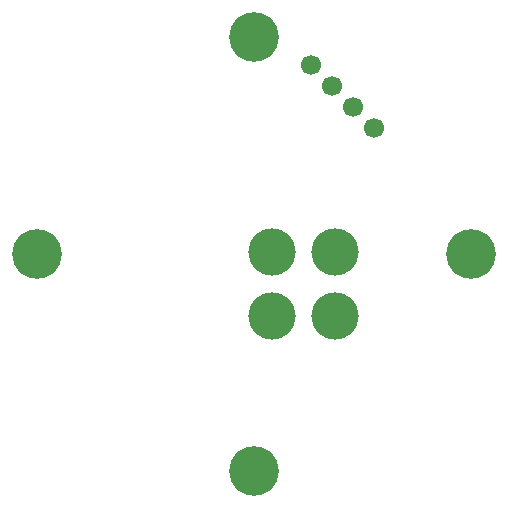
<source format=gbs>
G04 #@! TF.GenerationSoftware,KiCad,Pcbnew,8.0.5*
G04 #@! TF.CreationDate,2024-09-26T09:52:47+02:00*
G04 #@! TF.ProjectId,BL-R8812AF1 mount,424c2d52-3838-4313-9241-4631206d6f75,rev?*
G04 #@! TF.SameCoordinates,Original*
G04 #@! TF.FileFunction,Soldermask,Bot*
G04 #@! TF.FilePolarity,Negative*
%FSLAX46Y46*%
G04 Gerber Fmt 4.6, Leading zero omitted, Abs format (unit mm)*
G04 Created by KiCad (PCBNEW 8.0.5) date 2024-09-26 09:52:47*
%MOMM*%
%LPD*%
G01*
G04 APERTURE LIST*
G04 Aperture macros list*
%AMHorizOval*
0 Thick line with rounded ends*
0 $1 width*
0 $2 $3 position (X,Y) of the first rounded end (center of the circle)*
0 $4 $5 position (X,Y) of the second rounded end (center of the circle)*
0 Add line between two ends*
20,1,$1,$2,$3,$4,$5,0*
0 Add two circle primitives to create the rounded ends*
1,1,$1,$2,$3*
1,1,$1,$4,$5*%
G04 Aperture macros list end*
%ADD10C,4.200000*%
%ADD11C,4.000000*%
%ADD12C,1.700000*%
%ADD13HorizOval,1.700000X0.000000X0.000000X0.000000X0.000000X0*%
G04 APERTURE END LIST*
D10*
X111094776Y-149098000D03*
D11*
X94201000Y-148938000D03*
X99601000Y-148938000D03*
X94201000Y-154338000D03*
X99601000Y-154338000D03*
D10*
X74325224Y-149098000D03*
X92710000Y-130713224D03*
X92710000Y-167482776D03*
D12*
X97499898Y-133059898D03*
D13*
X99295949Y-134855949D03*
X101092000Y-136652000D03*
X102888052Y-138448052D03*
M02*

</source>
